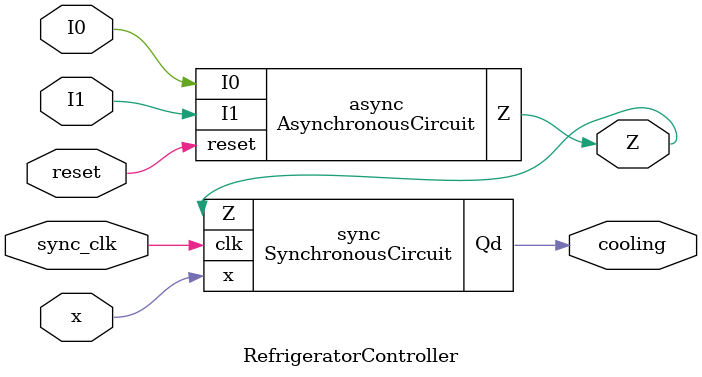
<source format=v>
`timescale 1ns / 1ps


// Asynchronous Circuit (T Flip-Flop Implementation with Reset)
// Asynchronous Circuit (T Flip-Flop Implementation with Reset)
// Asynchronous Circuit (Door Control with T Flip-Flop)
// Asynchronous Circuit (Door Control with T Flip-Flop)
// Asynchronous Circuit (Door Control with T Flip-Flop and Alarm)
module AsynchronousCircuit (
    input wire I0,      // Door close pulse
    input wire I1,      // Door open pulse
    input wire reset,   // Active-high reset signal
    output reg Z        // Door state (0: closed, 1: open)
);
    reg Q; // T flip-flop state

    always @(posedge I0 or posedge I1 or posedge reset) begin
        if (reset) begin
            Q <= 0;  // Reset state
            Z <= 0;  // Ensure door is initially closed
        end else if (I1) begin
            Q <= ~Q; // Toggle state on I1 (open pulse)
            Z <= 1;  // Door open
        end else if (I0) begin
            Q <= ~Q; // Toggle state on I0 (close pulse)
            Z <= 0;  // Door closed
        end
    end
endmodule





// Synchronous Circuit (Cooling Control with D Flip-Flop)
// Synchronous Circuit (Cooling Control with D Flip-Flop)
module SynchronousCircuit (
    input wire x,      // Temperature condition
    input wire Z,      // Door state (from asynchronous circuit)
    input wire clk,    // Global clock
    output reg Qd      // Cooling state (1: on, 0: off)
);
    always @(posedge clk) begin
        Qd <= x & ~Z; // Cooling is active when x=1 and Z=0 (door closed)
    end
endmodule



// Top-Level Module Integrating Both Circuits
// Top-Level Module Integrating Both Circuits
module RefrigeratorController (
    input wire I0,        // Door close pulse
    input wire I1,        // Door open pulse
    input wire x,         // Temperature condition
    input wire sync_clk,  // Global clock for synchronous system
    input wire reset,     // Reset signal for asynchronous circuit
    output wire cooling,  // Cooling state
    output wire Z         // Door state
);
    // Instantiate the asynchronous circuit
    AsynchronousCircuit async (
        .I0(I0),
        .I1(I1),
        .reset(reset),
        .Z(Z) // Door state output
    );

    // Instantiate the synchronous circuit
    SynchronousCircuit sync (
        .x(x),
        .Z(Z),
        .clk(sync_clk),
        .Qd(cooling) // Cooling state output
    );
endmodule







</source>
